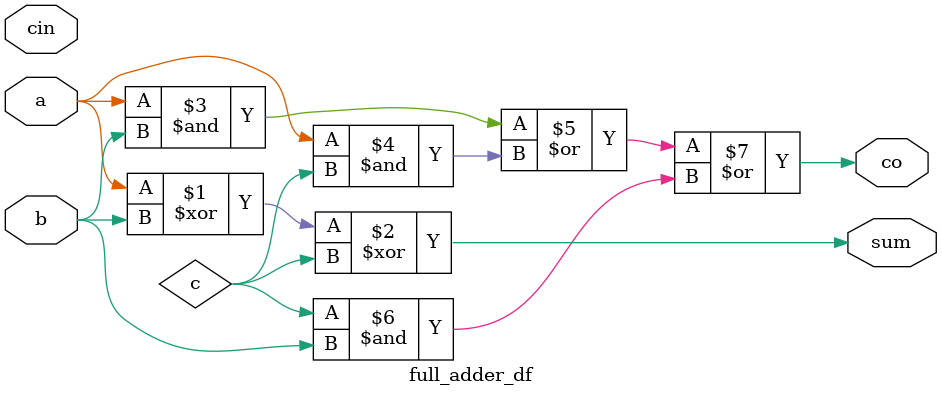
<source format=v>
module full_adder_df(a,b,cin,sum,co);
  input a,b,cin;
  output sum,co;
  assign sum=a^b^c;  //xor(sum,a,b,c)
  assign co=(a&b)|(a&c)|(c&b);  // and(y1,a,b), and(y2,a,c), and(y3,c,b) ; or(co,y1,y2,y3)
endmodule

</source>
